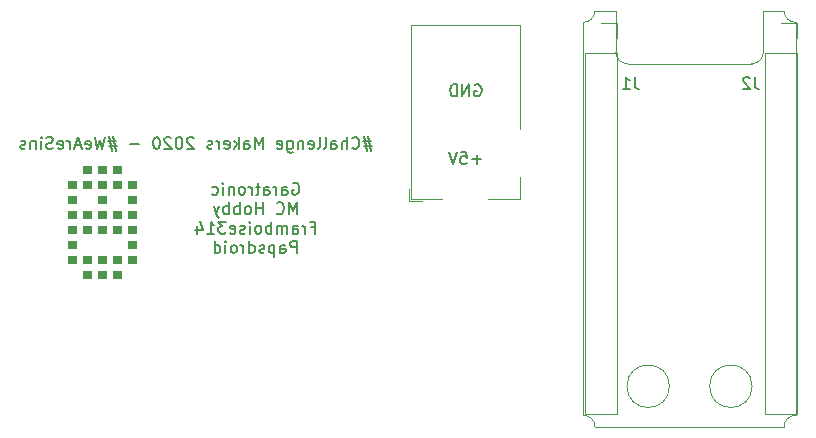
<source format=gbr>
G04 #@! TF.GenerationSoftware,KiCad,Pcbnew,5.1.4+dfsg1-1~bpo10+1*
G04 #@! TF.CreationDate,2020-06-27T23:46:46+02:00*
G04 #@! TF.ProjectId,SinS,53696e53-2e6b-4696-9361-645f70636258,rev?*
G04 #@! TF.SameCoordinates,Original*
G04 #@! TF.FileFunction,Legend,Bot*
G04 #@! TF.FilePolarity,Positive*
%FSLAX46Y46*%
G04 Gerber Fmt 4.6, Leading zero omitted, Abs format (unit mm)*
G04 Created by KiCad (PCBNEW 5.1.4+dfsg1-1~bpo10+1) date 2020-06-27 23:46:46*
%MOMM*%
%LPD*%
G04 APERTURE LIST*
%ADD10C,0.100000*%
%ADD11C,0.150000*%
%ADD12C,0.120000*%
G04 APERTURE END LIST*
D10*
G36*
X66040000Y-78740000D02*
G01*
X65405000Y-78740000D01*
X65405000Y-78105000D01*
X66040000Y-78105000D01*
X66040000Y-78740000D01*
G37*
X66040000Y-78740000D02*
X65405000Y-78740000D01*
X65405000Y-78105000D01*
X66040000Y-78105000D01*
X66040000Y-78740000D01*
G36*
X63500000Y-78740000D02*
G01*
X62865000Y-78740000D01*
X62865000Y-78105000D01*
X63500000Y-78105000D01*
X63500000Y-78740000D01*
G37*
X63500000Y-78740000D02*
X62865000Y-78740000D01*
X62865000Y-78105000D01*
X63500000Y-78105000D01*
X63500000Y-78740000D01*
G36*
X68580000Y-78740000D02*
G01*
X67945000Y-78740000D01*
X67945000Y-78105000D01*
X68580000Y-78105000D01*
X68580000Y-78740000D01*
G37*
X68580000Y-78740000D02*
X67945000Y-78740000D01*
X67945000Y-78105000D01*
X68580000Y-78105000D01*
X68580000Y-78740000D01*
G36*
X66040000Y-83820000D02*
G01*
X65405000Y-83820000D01*
X65405000Y-83185000D01*
X66040000Y-83185000D01*
X66040000Y-83820000D01*
G37*
X66040000Y-83820000D02*
X65405000Y-83820000D01*
X65405000Y-83185000D01*
X66040000Y-83185000D01*
X66040000Y-83820000D01*
G36*
X64770000Y-83820000D02*
G01*
X64135000Y-83820000D01*
X64135000Y-83185000D01*
X64770000Y-83185000D01*
X64770000Y-83820000D01*
G37*
X64770000Y-83820000D02*
X64135000Y-83820000D01*
X64135000Y-83185000D01*
X64770000Y-83185000D01*
X64770000Y-83820000D01*
G36*
X67310000Y-85090000D02*
G01*
X66675000Y-85090000D01*
X66675000Y-84455000D01*
X67310000Y-84455000D01*
X67310000Y-85090000D01*
G37*
X67310000Y-85090000D02*
X66675000Y-85090000D01*
X66675000Y-84455000D01*
X67310000Y-84455000D01*
X67310000Y-85090000D01*
G36*
X68580000Y-83820000D02*
G01*
X67945000Y-83820000D01*
X67945000Y-83185000D01*
X68580000Y-83185000D01*
X68580000Y-83820000D01*
G37*
X68580000Y-83820000D02*
X67945000Y-83820000D01*
X67945000Y-83185000D01*
X68580000Y-83185000D01*
X68580000Y-83820000D01*
G36*
X63500000Y-83820000D02*
G01*
X62865000Y-83820000D01*
X62865000Y-83185000D01*
X63500000Y-83185000D01*
X63500000Y-83820000D01*
G37*
X63500000Y-83820000D02*
X62865000Y-83820000D01*
X62865000Y-83185000D01*
X63500000Y-83185000D01*
X63500000Y-83820000D01*
G36*
X67310000Y-83820000D02*
G01*
X66675000Y-83820000D01*
X66675000Y-83185000D01*
X67310000Y-83185000D01*
X67310000Y-83820000D01*
G37*
X67310000Y-83820000D02*
X66675000Y-83820000D01*
X66675000Y-83185000D01*
X67310000Y-83185000D01*
X67310000Y-83820000D01*
G36*
X64770000Y-77470000D02*
G01*
X64135000Y-77470000D01*
X64135000Y-76835000D01*
X64770000Y-76835000D01*
X64770000Y-77470000D01*
G37*
X64770000Y-77470000D02*
X64135000Y-77470000D01*
X64135000Y-76835000D01*
X64770000Y-76835000D01*
X64770000Y-77470000D01*
G36*
X67310000Y-76200000D02*
G01*
X66675000Y-76200000D01*
X66675000Y-75565000D01*
X67310000Y-75565000D01*
X67310000Y-76200000D01*
G37*
X67310000Y-76200000D02*
X66675000Y-76200000D01*
X66675000Y-75565000D01*
X67310000Y-75565000D01*
X67310000Y-76200000D01*
G36*
X66040000Y-76200000D02*
G01*
X65405000Y-76200000D01*
X65405000Y-75565000D01*
X66040000Y-75565000D01*
X66040000Y-76200000D01*
G37*
X66040000Y-76200000D02*
X65405000Y-76200000D01*
X65405000Y-75565000D01*
X66040000Y-75565000D01*
X66040000Y-76200000D01*
G36*
X68580000Y-80010000D02*
G01*
X67945000Y-80010000D01*
X67945000Y-79375000D01*
X68580000Y-79375000D01*
X68580000Y-80010000D01*
G37*
X68580000Y-80010000D02*
X67945000Y-80010000D01*
X67945000Y-79375000D01*
X68580000Y-79375000D01*
X68580000Y-80010000D01*
G36*
X63500000Y-80010000D02*
G01*
X62865000Y-80010000D01*
X62865000Y-79375000D01*
X63500000Y-79375000D01*
X63500000Y-80010000D01*
G37*
X63500000Y-80010000D02*
X62865000Y-80010000D01*
X62865000Y-79375000D01*
X63500000Y-79375000D01*
X63500000Y-80010000D01*
G36*
X67310000Y-80010000D02*
G01*
X66675000Y-80010000D01*
X66675000Y-79375000D01*
X67310000Y-79375000D01*
X67310000Y-80010000D01*
G37*
X67310000Y-80010000D02*
X66675000Y-80010000D01*
X66675000Y-79375000D01*
X67310000Y-79375000D01*
X67310000Y-80010000D01*
G36*
X66040000Y-80010000D02*
G01*
X65405000Y-80010000D01*
X65405000Y-79375000D01*
X66040000Y-79375000D01*
X66040000Y-80010000D01*
G37*
X66040000Y-80010000D02*
X65405000Y-80010000D01*
X65405000Y-79375000D01*
X66040000Y-79375000D01*
X66040000Y-80010000D01*
G36*
X64770000Y-80010000D02*
G01*
X64135000Y-80010000D01*
X64135000Y-79375000D01*
X64770000Y-79375000D01*
X64770000Y-80010000D01*
G37*
X64770000Y-80010000D02*
X64135000Y-80010000D01*
X64135000Y-79375000D01*
X64770000Y-79375000D01*
X64770000Y-80010000D01*
G36*
X68580000Y-81280000D02*
G01*
X67945000Y-81280000D01*
X67945000Y-80645000D01*
X68580000Y-80645000D01*
X68580000Y-81280000D01*
G37*
X68580000Y-81280000D02*
X67945000Y-81280000D01*
X67945000Y-80645000D01*
X68580000Y-80645000D01*
X68580000Y-81280000D01*
G36*
X64770000Y-81280000D02*
G01*
X64135000Y-81280000D01*
X64135000Y-80645000D01*
X64770000Y-80645000D01*
X64770000Y-81280000D01*
G37*
X64770000Y-81280000D02*
X64135000Y-81280000D01*
X64135000Y-80645000D01*
X64770000Y-80645000D01*
X64770000Y-81280000D01*
G36*
X68580000Y-82550000D02*
G01*
X67945000Y-82550000D01*
X67945000Y-81915000D01*
X68580000Y-81915000D01*
X68580000Y-82550000D01*
G37*
X68580000Y-82550000D02*
X67945000Y-82550000D01*
X67945000Y-81915000D01*
X68580000Y-81915000D01*
X68580000Y-82550000D01*
G36*
X63500000Y-82550000D02*
G01*
X62865000Y-82550000D01*
X62865000Y-81915000D01*
X63500000Y-81915000D01*
X63500000Y-82550000D01*
G37*
X63500000Y-82550000D02*
X62865000Y-82550000D01*
X62865000Y-81915000D01*
X63500000Y-81915000D01*
X63500000Y-82550000D01*
G36*
X63500000Y-81280000D02*
G01*
X62865000Y-81280000D01*
X62865000Y-80645000D01*
X63500000Y-80645000D01*
X63500000Y-81280000D01*
G37*
X63500000Y-81280000D02*
X62865000Y-81280000D01*
X62865000Y-80645000D01*
X63500000Y-80645000D01*
X63500000Y-81280000D01*
G36*
X67310000Y-81280000D02*
G01*
X66675000Y-81280000D01*
X66675000Y-80645000D01*
X67310000Y-80645000D01*
X67310000Y-81280000D01*
G37*
X67310000Y-81280000D02*
X66675000Y-81280000D01*
X66675000Y-80645000D01*
X67310000Y-80645000D01*
X67310000Y-81280000D01*
G36*
X66040000Y-81280000D02*
G01*
X65405000Y-81280000D01*
X65405000Y-80645000D01*
X66040000Y-80645000D01*
X66040000Y-81280000D01*
G37*
X66040000Y-81280000D02*
X65405000Y-81280000D01*
X65405000Y-80645000D01*
X66040000Y-80645000D01*
X66040000Y-81280000D01*
G36*
X66040000Y-85090000D02*
G01*
X65405000Y-85090000D01*
X65405000Y-84455000D01*
X66040000Y-84455000D01*
X66040000Y-85090000D01*
G37*
X66040000Y-85090000D02*
X65405000Y-85090000D01*
X65405000Y-84455000D01*
X66040000Y-84455000D01*
X66040000Y-85090000D01*
G36*
X64770000Y-85090000D02*
G01*
X64135000Y-85090000D01*
X64135000Y-84455000D01*
X64770000Y-84455000D01*
X64770000Y-85090000D01*
G37*
X64770000Y-85090000D02*
X64135000Y-85090000D01*
X64135000Y-84455000D01*
X64770000Y-84455000D01*
X64770000Y-85090000D01*
G36*
X68580000Y-77470000D02*
G01*
X67945000Y-77470000D01*
X67945000Y-76835000D01*
X68580000Y-76835000D01*
X68580000Y-77470000D01*
G37*
X68580000Y-77470000D02*
X67945000Y-77470000D01*
X67945000Y-76835000D01*
X68580000Y-76835000D01*
X68580000Y-77470000D01*
G36*
X64770000Y-76200000D02*
G01*
X64135000Y-76200000D01*
X64135000Y-75565000D01*
X64770000Y-75565000D01*
X64770000Y-76200000D01*
G37*
X64770000Y-76200000D02*
X64135000Y-76200000D01*
X64135000Y-75565000D01*
X64770000Y-75565000D01*
X64770000Y-76200000D01*
G36*
X63500000Y-77470000D02*
G01*
X62865000Y-77470000D01*
X62865000Y-76835000D01*
X63500000Y-76835000D01*
X63500000Y-77470000D01*
G37*
X63500000Y-77470000D02*
X62865000Y-77470000D01*
X62865000Y-76835000D01*
X63500000Y-76835000D01*
X63500000Y-77470000D01*
G36*
X67310000Y-77470000D02*
G01*
X66675000Y-77470000D01*
X66675000Y-76835000D01*
X67310000Y-76835000D01*
X67310000Y-77470000D01*
G37*
X67310000Y-77470000D02*
X66675000Y-77470000D01*
X66675000Y-76835000D01*
X67310000Y-76835000D01*
X67310000Y-77470000D01*
G36*
X66040000Y-77470000D02*
G01*
X65405000Y-77470000D01*
X65405000Y-76835000D01*
X66040000Y-76835000D01*
X66040000Y-77470000D01*
G37*
X66040000Y-77470000D02*
X65405000Y-77470000D01*
X65405000Y-76835000D01*
X66040000Y-76835000D01*
X66040000Y-77470000D01*
D11*
X88517142Y-73445714D02*
X87802857Y-73445714D01*
X88231428Y-73017142D02*
X88517142Y-74302857D01*
X87898095Y-73874285D02*
X88612380Y-73874285D01*
X88183809Y-74302857D02*
X87898095Y-73017142D01*
X86898095Y-74017142D02*
X86945714Y-74064761D01*
X87088571Y-74112380D01*
X87183809Y-74112380D01*
X87326666Y-74064761D01*
X87421904Y-73969523D01*
X87469523Y-73874285D01*
X87517142Y-73683809D01*
X87517142Y-73540952D01*
X87469523Y-73350476D01*
X87421904Y-73255238D01*
X87326666Y-73160000D01*
X87183809Y-73112380D01*
X87088571Y-73112380D01*
X86945714Y-73160000D01*
X86898095Y-73207619D01*
X86469523Y-74112380D02*
X86469523Y-73112380D01*
X86040952Y-74112380D02*
X86040952Y-73588571D01*
X86088571Y-73493333D01*
X86183809Y-73445714D01*
X86326666Y-73445714D01*
X86421904Y-73493333D01*
X86469523Y-73540952D01*
X85136190Y-74112380D02*
X85136190Y-73588571D01*
X85183809Y-73493333D01*
X85279047Y-73445714D01*
X85469523Y-73445714D01*
X85564761Y-73493333D01*
X85136190Y-74064761D02*
X85231428Y-74112380D01*
X85469523Y-74112380D01*
X85564761Y-74064761D01*
X85612380Y-73969523D01*
X85612380Y-73874285D01*
X85564761Y-73779047D01*
X85469523Y-73731428D01*
X85231428Y-73731428D01*
X85136190Y-73683809D01*
X84517142Y-74112380D02*
X84612380Y-74064761D01*
X84660000Y-73969523D01*
X84660000Y-73112380D01*
X83993333Y-74112380D02*
X84088571Y-74064761D01*
X84136190Y-73969523D01*
X84136190Y-73112380D01*
X83231428Y-74064761D02*
X83326666Y-74112380D01*
X83517142Y-74112380D01*
X83612380Y-74064761D01*
X83660000Y-73969523D01*
X83660000Y-73588571D01*
X83612380Y-73493333D01*
X83517142Y-73445714D01*
X83326666Y-73445714D01*
X83231428Y-73493333D01*
X83183809Y-73588571D01*
X83183809Y-73683809D01*
X83660000Y-73779047D01*
X82755238Y-73445714D02*
X82755238Y-74112380D01*
X82755238Y-73540952D02*
X82707619Y-73493333D01*
X82612380Y-73445714D01*
X82469523Y-73445714D01*
X82374285Y-73493333D01*
X82326666Y-73588571D01*
X82326666Y-74112380D01*
X81421904Y-73445714D02*
X81421904Y-74255238D01*
X81469523Y-74350476D01*
X81517142Y-74398095D01*
X81612380Y-74445714D01*
X81755238Y-74445714D01*
X81850476Y-74398095D01*
X81421904Y-74064761D02*
X81517142Y-74112380D01*
X81707619Y-74112380D01*
X81802857Y-74064761D01*
X81850476Y-74017142D01*
X81898095Y-73921904D01*
X81898095Y-73636190D01*
X81850476Y-73540952D01*
X81802857Y-73493333D01*
X81707619Y-73445714D01*
X81517142Y-73445714D01*
X81421904Y-73493333D01*
X80564761Y-74064761D02*
X80660000Y-74112380D01*
X80850476Y-74112380D01*
X80945714Y-74064761D01*
X80993333Y-73969523D01*
X80993333Y-73588571D01*
X80945714Y-73493333D01*
X80850476Y-73445714D01*
X80660000Y-73445714D01*
X80564761Y-73493333D01*
X80517142Y-73588571D01*
X80517142Y-73683809D01*
X80993333Y-73779047D01*
X79326666Y-74112380D02*
X79326666Y-73112380D01*
X78993333Y-73826666D01*
X78660000Y-73112380D01*
X78660000Y-74112380D01*
X77755238Y-74112380D02*
X77755238Y-73588571D01*
X77802857Y-73493333D01*
X77898095Y-73445714D01*
X78088571Y-73445714D01*
X78183809Y-73493333D01*
X77755238Y-74064761D02*
X77850476Y-74112380D01*
X78088571Y-74112380D01*
X78183809Y-74064761D01*
X78231428Y-73969523D01*
X78231428Y-73874285D01*
X78183809Y-73779047D01*
X78088571Y-73731428D01*
X77850476Y-73731428D01*
X77755238Y-73683809D01*
X77279047Y-74112380D02*
X77279047Y-73112380D01*
X77183809Y-73731428D02*
X76898095Y-74112380D01*
X76898095Y-73445714D02*
X77279047Y-73826666D01*
X76088571Y-74064761D02*
X76183809Y-74112380D01*
X76374285Y-74112380D01*
X76469523Y-74064761D01*
X76517142Y-73969523D01*
X76517142Y-73588571D01*
X76469523Y-73493333D01*
X76374285Y-73445714D01*
X76183809Y-73445714D01*
X76088571Y-73493333D01*
X76040952Y-73588571D01*
X76040952Y-73683809D01*
X76517142Y-73779047D01*
X75612380Y-74112380D02*
X75612380Y-73445714D01*
X75612380Y-73636190D02*
X75564761Y-73540952D01*
X75517142Y-73493333D01*
X75421904Y-73445714D01*
X75326666Y-73445714D01*
X75040952Y-74064761D02*
X74945714Y-74112380D01*
X74755238Y-74112380D01*
X74660000Y-74064761D01*
X74612380Y-73969523D01*
X74612380Y-73921904D01*
X74660000Y-73826666D01*
X74755238Y-73779047D01*
X74898095Y-73779047D01*
X74993333Y-73731428D01*
X75040952Y-73636190D01*
X75040952Y-73588571D01*
X74993333Y-73493333D01*
X74898095Y-73445714D01*
X74755238Y-73445714D01*
X74660000Y-73493333D01*
X73469523Y-73207619D02*
X73421904Y-73160000D01*
X73326666Y-73112380D01*
X73088571Y-73112380D01*
X72993333Y-73160000D01*
X72945714Y-73207619D01*
X72898095Y-73302857D01*
X72898095Y-73398095D01*
X72945714Y-73540952D01*
X73517142Y-74112380D01*
X72898095Y-74112380D01*
X72279047Y-73112380D02*
X72183809Y-73112380D01*
X72088571Y-73160000D01*
X72040952Y-73207619D01*
X71993333Y-73302857D01*
X71945714Y-73493333D01*
X71945714Y-73731428D01*
X71993333Y-73921904D01*
X72040952Y-74017142D01*
X72088571Y-74064761D01*
X72183809Y-74112380D01*
X72279047Y-74112380D01*
X72374285Y-74064761D01*
X72421904Y-74017142D01*
X72469523Y-73921904D01*
X72517142Y-73731428D01*
X72517142Y-73493333D01*
X72469523Y-73302857D01*
X72421904Y-73207619D01*
X72374285Y-73160000D01*
X72279047Y-73112380D01*
X71564761Y-73207619D02*
X71517142Y-73160000D01*
X71421904Y-73112380D01*
X71183809Y-73112380D01*
X71088571Y-73160000D01*
X71040952Y-73207619D01*
X70993333Y-73302857D01*
X70993333Y-73398095D01*
X71040952Y-73540952D01*
X71612380Y-74112380D01*
X70993333Y-74112380D01*
X70374285Y-73112380D02*
X70279047Y-73112380D01*
X70183809Y-73160000D01*
X70136190Y-73207619D01*
X70088571Y-73302857D01*
X70040952Y-73493333D01*
X70040952Y-73731428D01*
X70088571Y-73921904D01*
X70136190Y-74017142D01*
X70183809Y-74064761D01*
X70279047Y-74112380D01*
X70374285Y-74112380D01*
X70469523Y-74064761D01*
X70517142Y-74017142D01*
X70564761Y-73921904D01*
X70612380Y-73731428D01*
X70612380Y-73493333D01*
X70564761Y-73302857D01*
X70517142Y-73207619D01*
X70469523Y-73160000D01*
X70374285Y-73112380D01*
X68850476Y-73731428D02*
X68088571Y-73731428D01*
X66898095Y-73445714D02*
X66183809Y-73445714D01*
X66612380Y-73017142D02*
X66898095Y-74302857D01*
X66279047Y-73874285D02*
X66993333Y-73874285D01*
X66564761Y-74302857D02*
X66279047Y-73017142D01*
X65945714Y-73112380D02*
X65707619Y-74112380D01*
X65517142Y-73398095D01*
X65326666Y-74112380D01*
X65088571Y-73112380D01*
X64326666Y-74064761D02*
X64421904Y-74112380D01*
X64612380Y-74112380D01*
X64707619Y-74064761D01*
X64755238Y-73969523D01*
X64755238Y-73588571D01*
X64707619Y-73493333D01*
X64612380Y-73445714D01*
X64421904Y-73445714D01*
X64326666Y-73493333D01*
X64279047Y-73588571D01*
X64279047Y-73683809D01*
X64755238Y-73779047D01*
X63898095Y-73826666D02*
X63421904Y-73826666D01*
X63993333Y-74112380D02*
X63660000Y-73112380D01*
X63326666Y-74112380D01*
X62993333Y-74112380D02*
X62993333Y-73445714D01*
X62993333Y-73636190D02*
X62945714Y-73540952D01*
X62898095Y-73493333D01*
X62802857Y-73445714D01*
X62707619Y-73445714D01*
X61993333Y-74064761D02*
X62088571Y-74112380D01*
X62279047Y-74112380D01*
X62374285Y-74064761D01*
X62421904Y-73969523D01*
X62421904Y-73588571D01*
X62374285Y-73493333D01*
X62279047Y-73445714D01*
X62088571Y-73445714D01*
X61993333Y-73493333D01*
X61945714Y-73588571D01*
X61945714Y-73683809D01*
X62421904Y-73779047D01*
X61564761Y-74064761D02*
X61421904Y-74112380D01*
X61183809Y-74112380D01*
X61088571Y-74064761D01*
X61040952Y-74017142D01*
X60993333Y-73921904D01*
X60993333Y-73826666D01*
X61040952Y-73731428D01*
X61088571Y-73683809D01*
X61183809Y-73636190D01*
X61374285Y-73588571D01*
X61469523Y-73540952D01*
X61517142Y-73493333D01*
X61564761Y-73398095D01*
X61564761Y-73302857D01*
X61517142Y-73207619D01*
X61469523Y-73160000D01*
X61374285Y-73112380D01*
X61136190Y-73112380D01*
X60993333Y-73160000D01*
X60564761Y-74112380D02*
X60564761Y-73445714D01*
X60564761Y-73112380D02*
X60612380Y-73160000D01*
X60564761Y-73207619D01*
X60517142Y-73160000D01*
X60564761Y-73112380D01*
X60564761Y-73207619D01*
X60088571Y-73445714D02*
X60088571Y-74112380D01*
X60088571Y-73540952D02*
X60040952Y-73493333D01*
X59945714Y-73445714D01*
X59802857Y-73445714D01*
X59707619Y-73493333D01*
X59660000Y-73588571D01*
X59660000Y-74112380D01*
X59231428Y-74064761D02*
X59136190Y-74112380D01*
X58945714Y-74112380D01*
X58850476Y-74064761D01*
X58802857Y-73969523D01*
X58802857Y-73921904D01*
X58850476Y-73826666D01*
X58945714Y-73779047D01*
X59088571Y-73779047D01*
X59183809Y-73731428D01*
X59231428Y-73636190D01*
X59231428Y-73588571D01*
X59183809Y-73493333D01*
X59088571Y-73445714D01*
X58945714Y-73445714D01*
X58850476Y-73493333D01*
X81859047Y-77035000D02*
X81954285Y-76987380D01*
X82097142Y-76987380D01*
X82240000Y-77035000D01*
X82335238Y-77130238D01*
X82382857Y-77225476D01*
X82430476Y-77415952D01*
X82430476Y-77558809D01*
X82382857Y-77749285D01*
X82335238Y-77844523D01*
X82240000Y-77939761D01*
X82097142Y-77987380D01*
X82001904Y-77987380D01*
X81859047Y-77939761D01*
X81811428Y-77892142D01*
X81811428Y-77558809D01*
X82001904Y-77558809D01*
X80954285Y-77987380D02*
X80954285Y-77463571D01*
X81001904Y-77368333D01*
X81097142Y-77320714D01*
X81287619Y-77320714D01*
X81382857Y-77368333D01*
X80954285Y-77939761D02*
X81049523Y-77987380D01*
X81287619Y-77987380D01*
X81382857Y-77939761D01*
X81430476Y-77844523D01*
X81430476Y-77749285D01*
X81382857Y-77654047D01*
X81287619Y-77606428D01*
X81049523Y-77606428D01*
X80954285Y-77558809D01*
X80478095Y-77987380D02*
X80478095Y-77320714D01*
X80478095Y-77511190D02*
X80430476Y-77415952D01*
X80382857Y-77368333D01*
X80287619Y-77320714D01*
X80192380Y-77320714D01*
X79430476Y-77987380D02*
X79430476Y-77463571D01*
X79478095Y-77368333D01*
X79573333Y-77320714D01*
X79763809Y-77320714D01*
X79859047Y-77368333D01*
X79430476Y-77939761D02*
X79525714Y-77987380D01*
X79763809Y-77987380D01*
X79859047Y-77939761D01*
X79906666Y-77844523D01*
X79906666Y-77749285D01*
X79859047Y-77654047D01*
X79763809Y-77606428D01*
X79525714Y-77606428D01*
X79430476Y-77558809D01*
X79097142Y-77320714D02*
X78716190Y-77320714D01*
X78954285Y-76987380D02*
X78954285Y-77844523D01*
X78906666Y-77939761D01*
X78811428Y-77987380D01*
X78716190Y-77987380D01*
X78382857Y-77987380D02*
X78382857Y-77320714D01*
X78382857Y-77511190D02*
X78335238Y-77415952D01*
X78287619Y-77368333D01*
X78192380Y-77320714D01*
X78097142Y-77320714D01*
X77620952Y-77987380D02*
X77716190Y-77939761D01*
X77763809Y-77892142D01*
X77811428Y-77796904D01*
X77811428Y-77511190D01*
X77763809Y-77415952D01*
X77716190Y-77368333D01*
X77620952Y-77320714D01*
X77478095Y-77320714D01*
X77382857Y-77368333D01*
X77335238Y-77415952D01*
X77287619Y-77511190D01*
X77287619Y-77796904D01*
X77335238Y-77892142D01*
X77382857Y-77939761D01*
X77478095Y-77987380D01*
X77620952Y-77987380D01*
X76859047Y-77320714D02*
X76859047Y-77987380D01*
X76859047Y-77415952D02*
X76811428Y-77368333D01*
X76716190Y-77320714D01*
X76573333Y-77320714D01*
X76478095Y-77368333D01*
X76430476Y-77463571D01*
X76430476Y-77987380D01*
X75954285Y-77987380D02*
X75954285Y-77320714D01*
X75954285Y-76987380D02*
X76001904Y-77035000D01*
X75954285Y-77082619D01*
X75906666Y-77035000D01*
X75954285Y-76987380D01*
X75954285Y-77082619D01*
X75049523Y-77939761D02*
X75144761Y-77987380D01*
X75335238Y-77987380D01*
X75430476Y-77939761D01*
X75478095Y-77892142D01*
X75525714Y-77796904D01*
X75525714Y-77511190D01*
X75478095Y-77415952D01*
X75430476Y-77368333D01*
X75335238Y-77320714D01*
X75144761Y-77320714D01*
X75049523Y-77368333D01*
X82216190Y-79637380D02*
X82216190Y-78637380D01*
X81882857Y-79351666D01*
X81549523Y-78637380D01*
X81549523Y-79637380D01*
X80501904Y-79542142D02*
X80549523Y-79589761D01*
X80692380Y-79637380D01*
X80787619Y-79637380D01*
X80930476Y-79589761D01*
X81025714Y-79494523D01*
X81073333Y-79399285D01*
X81120952Y-79208809D01*
X81120952Y-79065952D01*
X81073333Y-78875476D01*
X81025714Y-78780238D01*
X80930476Y-78685000D01*
X80787619Y-78637380D01*
X80692380Y-78637380D01*
X80549523Y-78685000D01*
X80501904Y-78732619D01*
X79311428Y-79637380D02*
X79311428Y-78637380D01*
X79311428Y-79113571D02*
X78740000Y-79113571D01*
X78740000Y-79637380D02*
X78740000Y-78637380D01*
X78120952Y-79637380D02*
X78216190Y-79589761D01*
X78263809Y-79542142D01*
X78311428Y-79446904D01*
X78311428Y-79161190D01*
X78263809Y-79065952D01*
X78216190Y-79018333D01*
X78120952Y-78970714D01*
X77978095Y-78970714D01*
X77882857Y-79018333D01*
X77835238Y-79065952D01*
X77787619Y-79161190D01*
X77787619Y-79446904D01*
X77835238Y-79542142D01*
X77882857Y-79589761D01*
X77978095Y-79637380D01*
X78120952Y-79637380D01*
X77359047Y-79637380D02*
X77359047Y-78637380D01*
X77359047Y-79018333D02*
X77263809Y-78970714D01*
X77073333Y-78970714D01*
X76978095Y-79018333D01*
X76930476Y-79065952D01*
X76882857Y-79161190D01*
X76882857Y-79446904D01*
X76930476Y-79542142D01*
X76978095Y-79589761D01*
X77073333Y-79637380D01*
X77263809Y-79637380D01*
X77359047Y-79589761D01*
X76454285Y-79637380D02*
X76454285Y-78637380D01*
X76454285Y-79018333D02*
X76359047Y-78970714D01*
X76168571Y-78970714D01*
X76073333Y-79018333D01*
X76025714Y-79065952D01*
X75978095Y-79161190D01*
X75978095Y-79446904D01*
X76025714Y-79542142D01*
X76073333Y-79589761D01*
X76168571Y-79637380D01*
X76359047Y-79637380D01*
X76454285Y-79589761D01*
X75644761Y-78970714D02*
X75406666Y-79637380D01*
X75168571Y-78970714D02*
X75406666Y-79637380D01*
X75501904Y-79875476D01*
X75549523Y-79923095D01*
X75644761Y-79970714D01*
X83430476Y-80763571D02*
X83763809Y-80763571D01*
X83763809Y-81287380D02*
X83763809Y-80287380D01*
X83287619Y-80287380D01*
X82906666Y-81287380D02*
X82906666Y-80620714D01*
X82906666Y-80811190D02*
X82859047Y-80715952D01*
X82811428Y-80668333D01*
X82716190Y-80620714D01*
X82620952Y-80620714D01*
X81859047Y-81287380D02*
X81859047Y-80763571D01*
X81906666Y-80668333D01*
X82001904Y-80620714D01*
X82192380Y-80620714D01*
X82287619Y-80668333D01*
X81859047Y-81239761D02*
X81954285Y-81287380D01*
X82192380Y-81287380D01*
X82287619Y-81239761D01*
X82335238Y-81144523D01*
X82335238Y-81049285D01*
X82287619Y-80954047D01*
X82192380Y-80906428D01*
X81954285Y-80906428D01*
X81859047Y-80858809D01*
X81382857Y-81287380D02*
X81382857Y-80620714D01*
X81382857Y-80715952D02*
X81335238Y-80668333D01*
X81240000Y-80620714D01*
X81097142Y-80620714D01*
X81001904Y-80668333D01*
X80954285Y-80763571D01*
X80954285Y-81287380D01*
X80954285Y-80763571D02*
X80906666Y-80668333D01*
X80811428Y-80620714D01*
X80668571Y-80620714D01*
X80573333Y-80668333D01*
X80525714Y-80763571D01*
X80525714Y-81287380D01*
X80049523Y-81287380D02*
X80049523Y-80287380D01*
X80049523Y-80668333D02*
X79954285Y-80620714D01*
X79763809Y-80620714D01*
X79668571Y-80668333D01*
X79620952Y-80715952D01*
X79573333Y-80811190D01*
X79573333Y-81096904D01*
X79620952Y-81192142D01*
X79668571Y-81239761D01*
X79763809Y-81287380D01*
X79954285Y-81287380D01*
X80049523Y-81239761D01*
X79001904Y-81287380D02*
X79097142Y-81239761D01*
X79144761Y-81192142D01*
X79192380Y-81096904D01*
X79192380Y-80811190D01*
X79144761Y-80715952D01*
X79097142Y-80668333D01*
X79001904Y-80620714D01*
X78859047Y-80620714D01*
X78763809Y-80668333D01*
X78716190Y-80715952D01*
X78668571Y-80811190D01*
X78668571Y-81096904D01*
X78716190Y-81192142D01*
X78763809Y-81239761D01*
X78859047Y-81287380D01*
X79001904Y-81287380D01*
X78240000Y-81287380D02*
X78240000Y-80620714D01*
X78240000Y-80287380D02*
X78287619Y-80335000D01*
X78240000Y-80382619D01*
X78192380Y-80335000D01*
X78240000Y-80287380D01*
X78240000Y-80382619D01*
X77811428Y-81239761D02*
X77716190Y-81287380D01*
X77525714Y-81287380D01*
X77430476Y-81239761D01*
X77382857Y-81144523D01*
X77382857Y-81096904D01*
X77430476Y-81001666D01*
X77525714Y-80954047D01*
X77668571Y-80954047D01*
X77763809Y-80906428D01*
X77811428Y-80811190D01*
X77811428Y-80763571D01*
X77763809Y-80668333D01*
X77668571Y-80620714D01*
X77525714Y-80620714D01*
X77430476Y-80668333D01*
X76573333Y-81239761D02*
X76668571Y-81287380D01*
X76859047Y-81287380D01*
X76954285Y-81239761D01*
X77001904Y-81144523D01*
X77001904Y-80763571D01*
X76954285Y-80668333D01*
X76859047Y-80620714D01*
X76668571Y-80620714D01*
X76573333Y-80668333D01*
X76525714Y-80763571D01*
X76525714Y-80858809D01*
X77001904Y-80954047D01*
X76192380Y-80287380D02*
X75573333Y-80287380D01*
X75906666Y-80668333D01*
X75763809Y-80668333D01*
X75668571Y-80715952D01*
X75620952Y-80763571D01*
X75573333Y-80858809D01*
X75573333Y-81096904D01*
X75620952Y-81192142D01*
X75668571Y-81239761D01*
X75763809Y-81287380D01*
X76049523Y-81287380D01*
X76144761Y-81239761D01*
X76192380Y-81192142D01*
X74620952Y-81287380D02*
X75192380Y-81287380D01*
X74906666Y-81287380D02*
X74906666Y-80287380D01*
X75001904Y-80430238D01*
X75097142Y-80525476D01*
X75192380Y-80573095D01*
X73763809Y-80620714D02*
X73763809Y-81287380D01*
X74001904Y-80239761D02*
X74240000Y-80954047D01*
X73620952Y-80954047D01*
X82216190Y-82937380D02*
X82216190Y-81937380D01*
X81835238Y-81937380D01*
X81740000Y-81985000D01*
X81692380Y-82032619D01*
X81644761Y-82127857D01*
X81644761Y-82270714D01*
X81692380Y-82365952D01*
X81740000Y-82413571D01*
X81835238Y-82461190D01*
X82216190Y-82461190D01*
X80787619Y-82937380D02*
X80787619Y-82413571D01*
X80835238Y-82318333D01*
X80930476Y-82270714D01*
X81120952Y-82270714D01*
X81216190Y-82318333D01*
X80787619Y-82889761D02*
X80882857Y-82937380D01*
X81120952Y-82937380D01*
X81216190Y-82889761D01*
X81263809Y-82794523D01*
X81263809Y-82699285D01*
X81216190Y-82604047D01*
X81120952Y-82556428D01*
X80882857Y-82556428D01*
X80787619Y-82508809D01*
X80311428Y-82270714D02*
X80311428Y-83270714D01*
X80311428Y-82318333D02*
X80216190Y-82270714D01*
X80025714Y-82270714D01*
X79930476Y-82318333D01*
X79882857Y-82365952D01*
X79835238Y-82461190D01*
X79835238Y-82746904D01*
X79882857Y-82842142D01*
X79930476Y-82889761D01*
X80025714Y-82937380D01*
X80216190Y-82937380D01*
X80311428Y-82889761D01*
X79454285Y-82889761D02*
X79359047Y-82937380D01*
X79168571Y-82937380D01*
X79073333Y-82889761D01*
X79025714Y-82794523D01*
X79025714Y-82746904D01*
X79073333Y-82651666D01*
X79168571Y-82604047D01*
X79311428Y-82604047D01*
X79406666Y-82556428D01*
X79454285Y-82461190D01*
X79454285Y-82413571D01*
X79406666Y-82318333D01*
X79311428Y-82270714D01*
X79168571Y-82270714D01*
X79073333Y-82318333D01*
X78168571Y-82937380D02*
X78168571Y-81937380D01*
X78168571Y-82889761D02*
X78263809Y-82937380D01*
X78454285Y-82937380D01*
X78549523Y-82889761D01*
X78597142Y-82842142D01*
X78644761Y-82746904D01*
X78644761Y-82461190D01*
X78597142Y-82365952D01*
X78549523Y-82318333D01*
X78454285Y-82270714D01*
X78263809Y-82270714D01*
X78168571Y-82318333D01*
X77692380Y-82937380D02*
X77692380Y-82270714D01*
X77692380Y-82461190D02*
X77644761Y-82365952D01*
X77597142Y-82318333D01*
X77501904Y-82270714D01*
X77406666Y-82270714D01*
X76930476Y-82937380D02*
X77025714Y-82889761D01*
X77073333Y-82842142D01*
X77120952Y-82746904D01*
X77120952Y-82461190D01*
X77073333Y-82365952D01*
X77025714Y-82318333D01*
X76930476Y-82270714D01*
X76787619Y-82270714D01*
X76692380Y-82318333D01*
X76644761Y-82365952D01*
X76597142Y-82461190D01*
X76597142Y-82746904D01*
X76644761Y-82842142D01*
X76692380Y-82889761D01*
X76787619Y-82937380D01*
X76930476Y-82937380D01*
X76168571Y-82937380D02*
X76168571Y-82270714D01*
X76168571Y-81937380D02*
X76216190Y-81985000D01*
X76168571Y-82032619D01*
X76120952Y-81985000D01*
X76168571Y-81937380D01*
X76168571Y-82032619D01*
X75263809Y-82937380D02*
X75263809Y-81937380D01*
X75263809Y-82889761D02*
X75359047Y-82937380D01*
X75549523Y-82937380D01*
X75644761Y-82889761D01*
X75692380Y-82842142D01*
X75740000Y-82746904D01*
X75740000Y-82461190D01*
X75692380Y-82365952D01*
X75644761Y-82318333D01*
X75549523Y-82270714D01*
X75359047Y-82270714D01*
X75263809Y-82318333D01*
X97281904Y-68715000D02*
X97377142Y-68667380D01*
X97520000Y-68667380D01*
X97662857Y-68715000D01*
X97758095Y-68810238D01*
X97805714Y-68905476D01*
X97853333Y-69095952D01*
X97853333Y-69238809D01*
X97805714Y-69429285D01*
X97758095Y-69524523D01*
X97662857Y-69619761D01*
X97520000Y-69667380D01*
X97424761Y-69667380D01*
X97281904Y-69619761D01*
X97234285Y-69572142D01*
X97234285Y-69238809D01*
X97424761Y-69238809D01*
X96805714Y-69667380D02*
X96805714Y-68667380D01*
X96234285Y-69667380D01*
X96234285Y-68667380D01*
X95758095Y-69667380D02*
X95758095Y-68667380D01*
X95520000Y-68667380D01*
X95377142Y-68715000D01*
X95281904Y-68810238D01*
X95234285Y-68905476D01*
X95186666Y-69095952D01*
X95186666Y-69238809D01*
X95234285Y-69429285D01*
X95281904Y-69524523D01*
X95377142Y-69619761D01*
X95520000Y-69667380D01*
X95758095Y-69667380D01*
X97805714Y-75001428D02*
X97043809Y-75001428D01*
X97424761Y-75382380D02*
X97424761Y-74620476D01*
X96091428Y-74382380D02*
X96567619Y-74382380D01*
X96615238Y-74858571D01*
X96567619Y-74810952D01*
X96472380Y-74763333D01*
X96234285Y-74763333D01*
X96139047Y-74810952D01*
X96091428Y-74858571D01*
X96043809Y-74953809D01*
X96043809Y-75191904D01*
X96091428Y-75287142D01*
X96139047Y-75334761D01*
X96234285Y-75382380D01*
X96472380Y-75382380D01*
X96567619Y-75334761D01*
X96615238Y-75287142D01*
X95758095Y-74382380D02*
X95424761Y-75382380D01*
X95091428Y-74382380D01*
D10*
X109210000Y-62413000D02*
X107460000Y-62413000D01*
X121710000Y-62413000D02*
X121710000Y-65913000D01*
X124460000Y-63413000D02*
X124460000Y-96663000D01*
X109210000Y-65913000D02*
X109210000Y-62413000D01*
X109210000Y-65913000D02*
G75*
G03X110210000Y-66913000I1000000J0D01*
G01*
X120710000Y-66913000D02*
X110210000Y-66913000D01*
X124460000Y-96663000D02*
G75*
G03X123460000Y-97663000I0J-1000000D01*
G01*
X113760000Y-94213000D02*
G75*
G03X113760000Y-94213000I-1800000J0D01*
G01*
X120710000Y-66913000D02*
G75*
G03X121710000Y-65913000I0J1000000D01*
G01*
X123460000Y-97663000D02*
X107460000Y-97663000D01*
X123460000Y-62413000D02*
X121710000Y-62413000D01*
X123460000Y-62413000D02*
G75*
G03X124460000Y-63413000I1000000J0D01*
G01*
X120760000Y-94213000D02*
G75*
G03X120760000Y-94213000I-1800000J0D01*
G01*
X106460000Y-96663000D02*
X106460000Y-63413000D01*
X106460000Y-63413000D02*
G75*
G03X107460000Y-62413000I0J1000000D01*
G01*
X107460000Y-97663000D02*
G75*
G03X106460000Y-96663000I-1000000J0D01*
G01*
D12*
X92770000Y-78570000D02*
X91720000Y-78570000D01*
X91720000Y-77520000D02*
X91720000Y-78570000D01*
X101120000Y-72470000D02*
X101120000Y-63670000D01*
X101120000Y-63670000D02*
X91920000Y-63670000D01*
X98420000Y-78370000D02*
X101120000Y-78370000D01*
X101120000Y-78370000D02*
X101120000Y-76470000D01*
X91920000Y-63670000D02*
X91920000Y-78370000D01*
X91920000Y-78370000D02*
X94520000Y-78370000D01*
X109280000Y-96580000D02*
X106620000Y-96580000D01*
X109280000Y-66040000D02*
X109280000Y-96580000D01*
X106620000Y-66040000D02*
X106620000Y-96580000D01*
X109280000Y-66040000D02*
X106620000Y-66040000D01*
X109280000Y-64770000D02*
X109280000Y-63440000D01*
X109280000Y-63440000D02*
X107950000Y-63440000D01*
X124520000Y-96580000D02*
X121860000Y-96580000D01*
X124520000Y-66040000D02*
X124520000Y-96580000D01*
X121860000Y-66040000D02*
X121860000Y-96580000D01*
X124520000Y-66040000D02*
X121860000Y-66040000D01*
X124520000Y-64770000D02*
X124520000Y-63440000D01*
X124520000Y-63440000D02*
X123190000Y-63440000D01*
D11*
X110823333Y-68032380D02*
X110823333Y-68746666D01*
X110870952Y-68889523D01*
X110966190Y-68984761D01*
X111109047Y-69032380D01*
X111204285Y-69032380D01*
X109823333Y-69032380D02*
X110394761Y-69032380D01*
X110109047Y-69032380D02*
X110109047Y-68032380D01*
X110204285Y-68175238D01*
X110299523Y-68270476D01*
X110394761Y-68318095D01*
X120983333Y-68032380D02*
X120983333Y-68746666D01*
X121030952Y-68889523D01*
X121126190Y-68984761D01*
X121269047Y-69032380D01*
X121364285Y-69032380D01*
X120554761Y-68127619D02*
X120507142Y-68080000D01*
X120411904Y-68032380D01*
X120173809Y-68032380D01*
X120078571Y-68080000D01*
X120030952Y-68127619D01*
X119983333Y-68222857D01*
X119983333Y-68318095D01*
X120030952Y-68460952D01*
X120602380Y-69032380D01*
X119983333Y-69032380D01*
M02*

</source>
